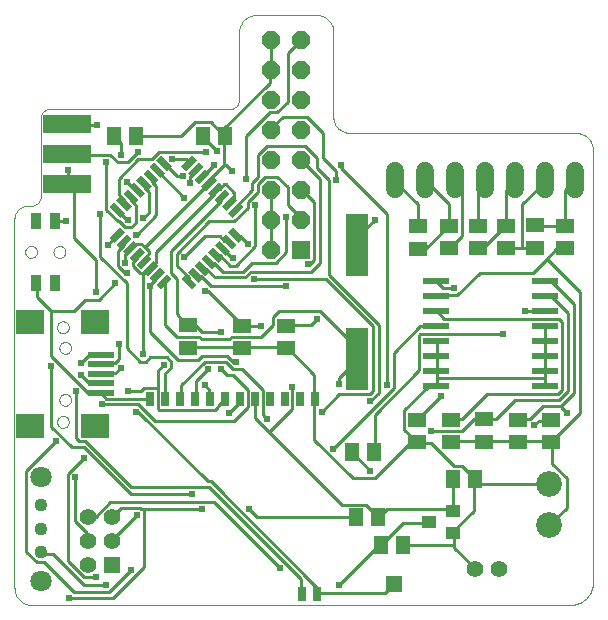
<source format=gtl>
G75*
%MOIN*%
%OFA0B0*%
%FSLAX24Y24*%
%IPPOS*%
%LPD*%
%AMOC8*
5,1,8,0,0,1.08239X$1,22.5*
%
%ADD10C,0.0000*%
%ADD11C,0.0436*%
%ADD12C,0.0709*%
%ADD13R,0.0945X0.0787*%
%ADD14R,0.0909X0.0197*%
%ADD15R,0.0250X0.0500*%
%ADD16R,0.1600X0.0600*%
%ADD17R,0.0512X0.0591*%
%ADD18R,0.0760X0.2100*%
%ADD19R,0.0500X0.0220*%
%ADD20R,0.0220X0.0500*%
%ADD21R,0.0560X0.0560*%
%ADD22C,0.0560*%
%ADD23R,0.0450X0.0400*%
%ADD24R,0.0600X0.0600*%
%ADD25OC8,0.0600*%
%ADD26R,0.0320X0.0560*%
%ADD27C,0.0600*%
%ADD28R,0.0591X0.0512*%
%ADD29R,0.0866X0.0236*%
%ADD30C,0.0860*%
%ADD31C,0.0100*%
%ADD32C,0.0240*%
D10*
X002038Y000848D02*
X002038Y013148D01*
X002041Y013188D01*
X002048Y013227D01*
X002058Y013266D01*
X002072Y013304D01*
X002089Y013340D01*
X002110Y013374D01*
X002133Y013407D01*
X002160Y013437D01*
X002189Y013464D01*
X002220Y013489D01*
X002254Y013511D01*
X002290Y013529D01*
X002327Y013545D01*
X002365Y013556D01*
X002404Y013565D01*
X002444Y013569D01*
X002484Y013570D01*
X002587Y013570D01*
X002586Y013570D02*
X002623Y013573D01*
X002659Y013580D01*
X002694Y013590D01*
X002728Y013605D01*
X002760Y013622D01*
X002790Y013643D01*
X002818Y013667D01*
X002843Y013694D01*
X002865Y013723D01*
X002884Y013755D01*
X002900Y013788D01*
X002912Y013823D01*
X002921Y013858D01*
X002925Y013895D01*
X002926Y013931D01*
X002924Y016531D01*
X002925Y016531D02*
X002927Y016563D01*
X002933Y016594D01*
X002942Y016624D01*
X002955Y016653D01*
X002972Y016680D01*
X002991Y016705D01*
X003014Y016728D01*
X003039Y016747D01*
X003066Y016764D01*
X003095Y016777D01*
X003125Y016786D01*
X003156Y016792D01*
X003188Y016794D01*
X009212Y016794D01*
X009244Y016796D01*
X009276Y016801D01*
X009307Y016809D01*
X009337Y016821D01*
X009366Y016835D01*
X009392Y016853D01*
X009417Y016873D01*
X009440Y016896D01*
X009460Y016921D01*
X009478Y016948D01*
X009492Y016976D01*
X009504Y017006D01*
X009512Y017037D01*
X009517Y017069D01*
X009519Y017101D01*
X009519Y019323D01*
X009521Y019372D01*
X009527Y019420D01*
X009536Y019468D01*
X009549Y019515D01*
X009566Y019561D01*
X009587Y019605D01*
X009611Y019647D01*
X009638Y019688D01*
X009668Y019726D01*
X009701Y019762D01*
X009737Y019795D01*
X009775Y019825D01*
X009816Y019852D01*
X009858Y019876D01*
X009902Y019897D01*
X009948Y019914D01*
X009995Y019927D01*
X010043Y019936D01*
X010091Y019942D01*
X010140Y019944D01*
X012090Y019944D01*
X012135Y019942D01*
X012180Y019937D01*
X012225Y019928D01*
X012269Y019916D01*
X012311Y019900D01*
X012352Y019881D01*
X012392Y019859D01*
X012430Y019834D01*
X012465Y019806D01*
X012499Y019775D01*
X012530Y019741D01*
X012558Y019706D01*
X012583Y019668D01*
X012605Y019628D01*
X012624Y019587D01*
X012640Y019545D01*
X012652Y019501D01*
X012661Y019456D01*
X012666Y019411D01*
X012668Y019366D01*
X012668Y016534D01*
X012670Y016490D01*
X012675Y016447D01*
X012684Y016405D01*
X012697Y016363D01*
X012712Y016322D01*
X012732Y016283D01*
X012754Y016246D01*
X012779Y016210D01*
X012807Y016177D01*
X012838Y016146D01*
X012871Y016118D01*
X012907Y016093D01*
X012944Y016071D01*
X012983Y016051D01*
X013024Y016036D01*
X013066Y016023D01*
X013108Y016014D01*
X013151Y016009D01*
X013195Y016007D01*
X020717Y016007D01*
X020765Y016005D01*
X020813Y015999D01*
X020860Y015990D01*
X020906Y015977D01*
X020952Y015960D01*
X020995Y015940D01*
X021037Y015917D01*
X021077Y015890D01*
X021115Y015860D01*
X021150Y015827D01*
X021183Y015792D01*
X021213Y015754D01*
X021240Y015714D01*
X021263Y015672D01*
X021283Y015629D01*
X021300Y015583D01*
X021313Y015537D01*
X021322Y015490D01*
X021328Y015442D01*
X021330Y015394D01*
X021330Y001050D01*
X021328Y000996D01*
X021323Y000942D01*
X021313Y000889D01*
X021301Y000837D01*
X021284Y000785D01*
X021265Y000735D01*
X021241Y000686D01*
X021215Y000639D01*
X021185Y000594D01*
X021153Y000551D01*
X021117Y000510D01*
X021079Y000472D01*
X021038Y000436D01*
X020995Y000404D01*
X020950Y000374D01*
X020903Y000348D01*
X020854Y000324D01*
X020804Y000305D01*
X020752Y000288D01*
X020700Y000276D01*
X020647Y000266D01*
X020593Y000261D01*
X020539Y000259D01*
X002628Y000259D01*
X002582Y000261D01*
X002536Y000266D01*
X002491Y000275D01*
X002446Y000288D01*
X002403Y000304D01*
X002361Y000323D01*
X002320Y000346D01*
X002282Y000371D01*
X002245Y000400D01*
X002212Y000432D01*
X002180Y000465D01*
X002151Y000502D01*
X002126Y000540D01*
X002103Y000581D01*
X002084Y000623D01*
X002068Y000666D01*
X002055Y000711D01*
X002046Y000756D01*
X002041Y000802D01*
X002039Y000848D01*
X003456Y006369D02*
X003458Y006396D01*
X003464Y006423D01*
X003473Y006449D01*
X003486Y006473D01*
X003502Y006496D01*
X003521Y006515D01*
X003543Y006532D01*
X003567Y006546D01*
X003592Y006556D01*
X003619Y006563D01*
X003646Y006566D01*
X003674Y006565D01*
X003701Y006560D01*
X003727Y006552D01*
X003751Y006540D01*
X003774Y006524D01*
X003795Y006506D01*
X003812Y006485D01*
X003827Y006461D01*
X003838Y006436D01*
X003846Y006410D01*
X003850Y006383D01*
X003850Y006355D01*
X003846Y006328D01*
X003838Y006302D01*
X003827Y006277D01*
X003812Y006253D01*
X003795Y006232D01*
X003774Y006214D01*
X003752Y006198D01*
X003727Y006186D01*
X003701Y006178D01*
X003674Y006173D01*
X003646Y006172D01*
X003619Y006175D01*
X003592Y006182D01*
X003567Y006192D01*
X003543Y006206D01*
X003521Y006223D01*
X003502Y006242D01*
X003486Y006265D01*
X003473Y006289D01*
X003464Y006315D01*
X003458Y006342D01*
X003456Y006369D01*
X003532Y007105D02*
X003534Y007132D01*
X003540Y007159D01*
X003549Y007185D01*
X003562Y007209D01*
X003578Y007232D01*
X003597Y007251D01*
X003619Y007268D01*
X003643Y007282D01*
X003668Y007292D01*
X003695Y007299D01*
X003722Y007302D01*
X003750Y007301D01*
X003777Y007296D01*
X003803Y007288D01*
X003827Y007276D01*
X003850Y007260D01*
X003871Y007242D01*
X003888Y007221D01*
X003903Y007197D01*
X003914Y007172D01*
X003922Y007146D01*
X003926Y007119D01*
X003926Y007091D01*
X003922Y007064D01*
X003914Y007038D01*
X003903Y007013D01*
X003888Y006989D01*
X003871Y006968D01*
X003850Y006950D01*
X003828Y006934D01*
X003803Y006922D01*
X003777Y006914D01*
X003750Y006909D01*
X003722Y006908D01*
X003695Y006911D01*
X003668Y006918D01*
X003643Y006928D01*
X003619Y006942D01*
X003597Y006959D01*
X003578Y006978D01*
X003562Y007001D01*
X003549Y007025D01*
X003540Y007051D01*
X003534Y007078D01*
X003532Y007105D01*
X003532Y008838D02*
X003534Y008865D01*
X003540Y008892D01*
X003549Y008918D01*
X003562Y008942D01*
X003578Y008965D01*
X003597Y008984D01*
X003619Y009001D01*
X003643Y009015D01*
X003668Y009025D01*
X003695Y009032D01*
X003722Y009035D01*
X003750Y009034D01*
X003777Y009029D01*
X003803Y009021D01*
X003827Y009009D01*
X003850Y008993D01*
X003871Y008975D01*
X003888Y008954D01*
X003903Y008930D01*
X003914Y008905D01*
X003922Y008879D01*
X003926Y008852D01*
X003926Y008824D01*
X003922Y008797D01*
X003914Y008771D01*
X003903Y008746D01*
X003888Y008722D01*
X003871Y008701D01*
X003850Y008683D01*
X003828Y008667D01*
X003803Y008655D01*
X003777Y008647D01*
X003750Y008642D01*
X003722Y008641D01*
X003695Y008644D01*
X003668Y008651D01*
X003643Y008661D01*
X003619Y008675D01*
X003597Y008692D01*
X003578Y008711D01*
X003562Y008734D01*
X003549Y008758D01*
X003540Y008784D01*
X003534Y008811D01*
X003532Y008838D01*
X003456Y009523D02*
X003458Y009550D01*
X003464Y009577D01*
X003473Y009603D01*
X003486Y009627D01*
X003502Y009650D01*
X003521Y009669D01*
X003543Y009686D01*
X003567Y009700D01*
X003592Y009710D01*
X003619Y009717D01*
X003646Y009720D01*
X003674Y009719D01*
X003701Y009714D01*
X003727Y009706D01*
X003751Y009694D01*
X003774Y009678D01*
X003795Y009660D01*
X003812Y009639D01*
X003827Y009615D01*
X003838Y009590D01*
X003846Y009564D01*
X003850Y009537D01*
X003850Y009509D01*
X003846Y009482D01*
X003838Y009456D01*
X003827Y009431D01*
X003812Y009407D01*
X003795Y009386D01*
X003774Y009368D01*
X003752Y009352D01*
X003727Y009340D01*
X003701Y009332D01*
X003674Y009327D01*
X003646Y009326D01*
X003619Y009329D01*
X003592Y009336D01*
X003567Y009346D01*
X003543Y009360D01*
X003521Y009377D01*
X003502Y009396D01*
X003486Y009419D01*
X003473Y009443D01*
X003464Y009469D01*
X003458Y009496D01*
X003456Y009523D01*
X003337Y012035D02*
X003339Y012062D01*
X003345Y012089D01*
X003354Y012115D01*
X003367Y012139D01*
X003383Y012162D01*
X003402Y012181D01*
X003424Y012198D01*
X003448Y012212D01*
X003473Y012222D01*
X003500Y012229D01*
X003527Y012232D01*
X003555Y012231D01*
X003582Y012226D01*
X003608Y012218D01*
X003632Y012206D01*
X003655Y012190D01*
X003676Y012172D01*
X003693Y012151D01*
X003708Y012127D01*
X003719Y012102D01*
X003727Y012076D01*
X003731Y012049D01*
X003731Y012021D01*
X003727Y011994D01*
X003719Y011968D01*
X003708Y011943D01*
X003693Y011919D01*
X003676Y011898D01*
X003655Y011880D01*
X003633Y011864D01*
X003608Y011852D01*
X003582Y011844D01*
X003555Y011839D01*
X003527Y011838D01*
X003500Y011841D01*
X003473Y011848D01*
X003448Y011858D01*
X003424Y011872D01*
X003402Y011889D01*
X003383Y011908D01*
X003367Y011931D01*
X003354Y011955D01*
X003345Y011981D01*
X003339Y012008D01*
X003337Y012035D01*
X002393Y012035D02*
X002395Y012062D01*
X002401Y012089D01*
X002410Y012115D01*
X002423Y012139D01*
X002439Y012162D01*
X002458Y012181D01*
X002480Y012198D01*
X002504Y012212D01*
X002529Y012222D01*
X002556Y012229D01*
X002583Y012232D01*
X002611Y012231D01*
X002638Y012226D01*
X002664Y012218D01*
X002688Y012206D01*
X002711Y012190D01*
X002732Y012172D01*
X002749Y012151D01*
X002764Y012127D01*
X002775Y012102D01*
X002783Y012076D01*
X002787Y012049D01*
X002787Y012021D01*
X002783Y011994D01*
X002775Y011968D01*
X002764Y011943D01*
X002749Y011919D01*
X002732Y011898D01*
X002711Y011880D01*
X002689Y011864D01*
X002664Y011852D01*
X002638Y011844D01*
X002611Y011839D01*
X002583Y011838D01*
X002556Y011841D01*
X002529Y011848D01*
X002504Y011858D01*
X002480Y011872D01*
X002458Y011889D01*
X002439Y011908D01*
X002423Y011931D01*
X002410Y011955D01*
X002401Y011981D01*
X002395Y012008D01*
X002393Y012035D01*
D11*
X002928Y003601D03*
X002928Y002814D03*
X002928Y002027D03*
D12*
X002928Y001082D03*
X002928Y004546D03*
D13*
X002548Y006239D03*
X004714Y006239D03*
X004714Y009704D03*
X002548Y009704D03*
D14*
X004936Y008601D03*
X004936Y008286D03*
X004936Y007972D03*
X004936Y007657D03*
X004936Y007342D03*
D15*
X006554Y007133D03*
X007054Y007133D03*
X007554Y007133D03*
X008054Y007133D03*
X008554Y007133D03*
X009054Y007133D03*
X009554Y007133D03*
X010054Y007133D03*
X010554Y007133D03*
X011054Y007133D03*
X011554Y007133D03*
X012054Y007133D03*
X012109Y000633D03*
X011609Y000633D03*
D16*
X003775Y014286D03*
X003775Y015286D03*
X003775Y016286D03*
D17*
X005349Y015893D03*
X006097Y015893D03*
X008306Y015901D03*
X009054Y015901D03*
X013290Y005369D03*
X014038Y005369D03*
X014168Y003200D03*
X013420Y003200D03*
X014243Y002267D03*
X014991Y002267D03*
X016641Y004468D03*
X017389Y004468D03*
D18*
X013464Y008461D03*
X013464Y012261D03*
D19*
G36*
X009670Y013528D02*
X009318Y013176D01*
X009162Y013332D01*
X009514Y013684D01*
X009670Y013528D01*
G37*
G36*
X009447Y013751D02*
X009095Y013399D01*
X008939Y013555D01*
X009291Y013907D01*
X009447Y013751D01*
G37*
G36*
X009224Y013973D02*
X008872Y013621D01*
X008716Y013777D01*
X009068Y014129D01*
X009224Y013973D01*
G37*
G36*
X009001Y014196D02*
X008649Y013844D01*
X008493Y014000D01*
X008845Y014352D01*
X009001Y014196D01*
G37*
G36*
X008779Y014419D02*
X008427Y014067D01*
X008271Y014223D01*
X008623Y014575D01*
X008779Y014419D01*
G37*
G36*
X008556Y014641D02*
X008204Y014289D01*
X008048Y014445D01*
X008400Y014797D01*
X008556Y014641D01*
G37*
G36*
X008333Y014864D02*
X007981Y014512D01*
X007825Y014668D01*
X008177Y015020D01*
X008333Y014864D01*
G37*
G36*
X008111Y015087D02*
X007759Y014735D01*
X007603Y014891D01*
X007955Y015243D01*
X008111Y015087D01*
G37*
G36*
X005721Y012697D02*
X005369Y012345D01*
X005213Y012501D01*
X005565Y012853D01*
X005721Y012697D01*
G37*
G36*
X005943Y012474D02*
X005591Y012122D01*
X005435Y012278D01*
X005787Y012630D01*
X005943Y012474D01*
G37*
G36*
X006166Y012251D02*
X005814Y011899D01*
X005658Y012055D01*
X006010Y012407D01*
X006166Y012251D01*
G37*
G36*
X006389Y012029D02*
X006037Y011677D01*
X005881Y011833D01*
X006233Y012185D01*
X006389Y012029D01*
G37*
G36*
X006611Y011806D02*
X006259Y011454D01*
X006103Y011610D01*
X006455Y011962D01*
X006611Y011806D01*
G37*
G36*
X006834Y011583D02*
X006482Y011231D01*
X006326Y011387D01*
X006678Y011739D01*
X006834Y011583D01*
G37*
G36*
X007057Y011361D02*
X006705Y011009D01*
X006549Y011165D01*
X006901Y011517D01*
X007057Y011361D01*
G37*
G36*
X007280Y011138D02*
X006928Y010786D01*
X006772Y010942D01*
X007124Y011294D01*
X007280Y011138D01*
G37*
D20*
G36*
X008111Y010942D02*
X007955Y010786D01*
X007603Y011138D01*
X007759Y011294D01*
X008111Y010942D01*
G37*
G36*
X008333Y011165D02*
X008177Y011009D01*
X007825Y011361D01*
X007981Y011517D01*
X008333Y011165D01*
G37*
G36*
X008556Y011387D02*
X008400Y011231D01*
X008048Y011583D01*
X008204Y011739D01*
X008556Y011387D01*
G37*
G36*
X008779Y011610D02*
X008623Y011454D01*
X008271Y011806D01*
X008427Y011962D01*
X008779Y011610D01*
G37*
G36*
X009001Y011833D02*
X008845Y011677D01*
X008493Y012029D01*
X008649Y012185D01*
X009001Y011833D01*
G37*
G36*
X009224Y012055D02*
X009068Y011899D01*
X008716Y012251D01*
X008872Y012407D01*
X009224Y012055D01*
G37*
G36*
X009447Y012278D02*
X009291Y012122D01*
X008939Y012474D01*
X009095Y012630D01*
X009447Y012278D01*
G37*
G36*
X009670Y012501D02*
X009514Y012345D01*
X009162Y012697D01*
X009318Y012853D01*
X009670Y012501D01*
G37*
G36*
X007280Y014891D02*
X007124Y014735D01*
X006772Y015087D01*
X006928Y015243D01*
X007280Y014891D01*
G37*
G36*
X007057Y014668D02*
X006901Y014512D01*
X006549Y014864D01*
X006705Y015020D01*
X007057Y014668D01*
G37*
G36*
X006834Y014445D02*
X006678Y014289D01*
X006326Y014641D01*
X006482Y014797D01*
X006834Y014445D01*
G37*
G36*
X006611Y014223D02*
X006455Y014067D01*
X006103Y014419D01*
X006259Y014575D01*
X006611Y014223D01*
G37*
G36*
X006389Y014000D02*
X006233Y013844D01*
X005881Y014196D01*
X006037Y014352D01*
X006389Y014000D01*
G37*
G36*
X006166Y013777D02*
X006010Y013621D01*
X005658Y013973D01*
X005814Y014129D01*
X006166Y013777D01*
G37*
G36*
X005943Y013555D02*
X005787Y013399D01*
X005435Y013751D01*
X005591Y013907D01*
X005943Y013555D01*
G37*
G36*
X005721Y013332D02*
X005565Y013176D01*
X005213Y013528D01*
X005369Y013684D01*
X005721Y013332D01*
G37*
D21*
X005279Y001613D03*
X014692Y000960D03*
D22*
X017393Y001464D03*
X018180Y001464D03*
X005279Y002401D03*
X005279Y003188D03*
X004491Y003188D03*
X004491Y002401D03*
X004491Y001613D03*
D23*
X015867Y003042D03*
X016667Y002668D03*
X016667Y003416D03*
D24*
X011594Y012113D03*
D25*
X011594Y013113D03*
X011594Y014113D03*
X011594Y015113D03*
X011594Y016113D03*
X011594Y017113D03*
X011594Y018113D03*
X011594Y019113D03*
X010594Y019113D03*
X010594Y018113D03*
X010594Y017113D03*
X010594Y016113D03*
X010594Y015113D03*
X010594Y014113D03*
X010594Y013113D03*
X010594Y012113D03*
D26*
X003377Y013058D03*
X002747Y013058D03*
X002747Y011011D03*
X003377Y011011D03*
D27*
X014727Y014124D02*
X014727Y014724D01*
X015727Y014724D02*
X015727Y014124D01*
X016727Y014124D02*
X016727Y014724D01*
X017727Y014724D02*
X017727Y014124D01*
X018727Y014124D02*
X018727Y014724D01*
X019727Y014724D02*
X019727Y014124D01*
X020727Y014124D02*
X020727Y014724D01*
D28*
X020401Y012901D03*
X020401Y012153D03*
X019405Y012172D03*
X019405Y012920D03*
X018424Y012916D03*
X018424Y012168D03*
X017487Y012153D03*
X017487Y012901D03*
X016523Y012912D03*
X016523Y012164D03*
X015499Y012141D03*
X015499Y012889D03*
X011101Y009578D03*
X011101Y008830D03*
X009621Y008834D03*
X009621Y009582D03*
X007826Y009590D03*
X007826Y008842D03*
X015452Y006436D03*
X015452Y005688D03*
X016601Y005696D03*
X016601Y006444D03*
X017688Y006452D03*
X017688Y005704D03*
X018814Y005692D03*
X018814Y006440D03*
X019916Y006432D03*
X019916Y005684D03*
D29*
X019708Y007572D03*
X019708Y008072D03*
X019708Y008572D03*
X019708Y009072D03*
X019708Y009572D03*
X019708Y010072D03*
X019708Y010572D03*
X019708Y011072D03*
X016086Y011072D03*
X016086Y010572D03*
X016086Y010072D03*
X016086Y009572D03*
X016086Y009072D03*
X016086Y008572D03*
X016086Y008072D03*
X016086Y007572D03*
D30*
X019857Y004310D03*
X019857Y002932D03*
D31*
X019903Y002966D01*
X020444Y003507D01*
X020444Y004491D01*
X019952Y004983D01*
X019952Y005672D01*
X019916Y005684D01*
X019952Y005722D01*
X020887Y006657D01*
X020887Y010692D01*
X019780Y011799D01*
X020099Y012119D01*
X020395Y012119D01*
X020401Y012153D01*
X019780Y011799D02*
X019312Y011332D01*
X017540Y011332D01*
X016802Y010594D01*
X016113Y010594D01*
X016086Y010572D01*
X016310Y010840D02*
X016113Y011036D01*
X016086Y011072D01*
X016310Y010840D02*
X016704Y010840D01*
X016113Y010052D02*
X016086Y010072D01*
X016113Y010052D02*
X016359Y009806D01*
X020198Y009806D01*
X020296Y009708D01*
X020296Y007444D01*
X020149Y007296D01*
X017786Y007296D01*
X016950Y006460D01*
X016605Y006460D01*
X016601Y006444D01*
X016950Y006066D02*
X015916Y006066D01*
X015916Y005672D02*
X015473Y005672D01*
X015452Y005688D01*
X015326Y005771D01*
X014046Y004491D01*
X013308Y004491D01*
X012029Y005771D01*
X012029Y007099D01*
X012054Y007133D01*
X012029Y007149D01*
X012029Y007936D01*
X011143Y008822D01*
X011101Y008830D01*
X011094Y008871D01*
X009666Y008871D01*
X009621Y008834D01*
X009617Y008871D01*
X007845Y008871D01*
X007826Y008842D01*
X008141Y008428D02*
X007501Y008428D01*
X006566Y009363D01*
X006566Y010889D01*
X006566Y010938D01*
X006763Y011135D01*
X006763Y011233D01*
X006803Y011263D01*
X006580Y011485D02*
X006615Y011529D01*
X006763Y011676D01*
X006763Y012021D01*
X008731Y013989D01*
X008731Y014088D01*
X008747Y014098D01*
X008781Y014137D01*
X008879Y014137D01*
X009027Y014285D01*
X009076Y014285D01*
X009371Y013989D01*
X009371Y013842D01*
X009223Y013694D01*
X009193Y013653D01*
X009420Y013546D02*
X009962Y014088D01*
X009962Y014334D01*
X010158Y014531D01*
X010158Y015269D01*
X010454Y015564D01*
X011733Y015564D01*
X012127Y015170D01*
X012127Y014826D01*
X012521Y014432D01*
X012521Y011283D01*
X014194Y009609D01*
X014194Y007346D01*
X013899Y007050D01*
X013899Y007296D02*
X012865Y007296D01*
X012275Y006706D01*
X011290Y006804D02*
X011290Y007542D01*
X011290Y006804D02*
X010528Y006041D01*
X010060Y006509D01*
X010060Y007099D01*
X010054Y007133D01*
X009814Y006853D02*
X009814Y007444D01*
X009322Y007936D01*
X009125Y007936D01*
X008928Y008133D01*
X009076Y008379D02*
X009322Y008133D01*
X009617Y008133D01*
X010306Y007444D01*
X010306Y006607D01*
X010454Y006460D01*
X010528Y006041D02*
X012964Y003605D01*
X013751Y003605D01*
X014145Y003212D01*
X014168Y003200D01*
X014194Y003212D01*
X014440Y003458D01*
X016605Y003458D01*
X016667Y003416D01*
X016655Y003458D01*
X016655Y004442D01*
X016641Y004468D01*
X016704Y004885D02*
X016950Y004885D01*
X017344Y004491D01*
X017389Y004468D01*
X017393Y004294D01*
X019853Y004294D01*
X019857Y004310D01*
X019916Y005684D02*
X019903Y005722D01*
X018820Y005722D01*
X018814Y005692D01*
X018771Y005722D01*
X017737Y005722D01*
X017688Y005704D01*
X017688Y005722D01*
X016605Y005722D01*
X016601Y005696D01*
X016950Y006066D02*
X017344Y006460D01*
X017639Y006460D01*
X017688Y006452D01*
X017688Y006460D01*
X018082Y006460D01*
X018721Y007099D01*
X020198Y007099D01*
X020493Y007395D01*
X020493Y010003D01*
X019952Y010544D01*
X019755Y010544D01*
X019708Y010572D01*
X019708Y010072D02*
X019706Y010052D01*
X019066Y010052D01*
X019708Y009572D02*
X019706Y009560D01*
X019706Y009117D01*
X019708Y009072D01*
X019706Y009068D01*
X019706Y008576D01*
X019708Y008572D01*
X019706Y008527D01*
X019706Y008084D01*
X019708Y008072D01*
X019706Y008035D01*
X019706Y007838D01*
X016113Y007838D01*
X016113Y007592D01*
X016086Y007572D01*
X016064Y007542D01*
X015818Y007542D01*
X015031Y006755D01*
X015031Y006115D01*
X015424Y005722D01*
X015452Y005688D01*
X015916Y005672D02*
X016704Y004885D01*
X017344Y004442D02*
X017389Y004468D01*
X017344Y004442D02*
X017344Y003409D01*
X016655Y002720D01*
X016667Y002668D01*
X016704Y002621D01*
X016704Y002277D01*
X015031Y002277D01*
X014991Y002267D01*
X014243Y002267D02*
X014194Y002277D01*
X012865Y000948D01*
X012127Y000849D02*
X012127Y000702D01*
X012109Y000633D01*
X012127Y000653D01*
X014391Y000653D01*
X014686Y000948D01*
X014692Y000960D01*
X014243Y002267D02*
X014243Y002277D01*
X014981Y003015D01*
X015818Y003015D01*
X015867Y003042D01*
X016704Y002277D02*
X016704Y002178D01*
X017393Y001489D01*
X017393Y001464D01*
X013899Y004737D02*
X013308Y005328D01*
X013290Y005369D01*
X012668Y005475D02*
X014686Y007493D01*
X014686Y008674D01*
X015572Y009560D01*
X016064Y009560D01*
X016086Y009572D01*
X016086Y009072D02*
X016113Y009068D01*
X016113Y008576D01*
X016086Y008572D01*
X016113Y008527D01*
X016113Y008084D01*
X016086Y008072D01*
X016113Y008035D01*
X016113Y007838D01*
X016261Y007247D02*
X015473Y006460D01*
X015452Y006436D01*
X014440Y007592D02*
X014440Y013300D01*
X012914Y014826D01*
X012914Y014924D01*
X012767Y014727D02*
X012324Y015170D01*
X012324Y016007D01*
X011782Y016548D01*
X010995Y016548D01*
X010601Y016155D01*
X010594Y016113D01*
X010552Y016696D02*
X010798Y016696D01*
X011143Y017040D01*
X011143Y018664D01*
X011586Y019107D01*
X011594Y019113D01*
X010601Y019107D02*
X010601Y018123D01*
X010594Y018113D01*
X010552Y018074D01*
X010552Y017680D01*
X008928Y016056D01*
X009054Y015901D01*
X009027Y015909D01*
X008584Y016351D01*
X008042Y016351D01*
X007599Y015909D01*
X006123Y015909D01*
X006097Y015893D01*
X005582Y015662D02*
X005385Y015859D01*
X005349Y015893D01*
X005582Y015662D02*
X005582Y015269D01*
X005483Y015023D02*
X005828Y015023D01*
X006172Y015367D01*
X006172Y015121D02*
X006615Y015121D01*
X006861Y015367D01*
X008436Y015367D01*
X008781Y015416D02*
X008338Y015859D01*
X008306Y015901D01*
X009027Y015859D02*
X009054Y015901D01*
X009027Y015859D02*
X009027Y014924D01*
X009076Y014924D01*
X009273Y014727D01*
X009027Y014924D02*
X008534Y014432D01*
X008534Y014334D01*
X008525Y014321D01*
X008485Y014285D01*
X006394Y012193D01*
X006517Y012070D01*
X006517Y011972D01*
X006369Y011824D01*
X006369Y011725D01*
X006357Y011708D01*
X006123Y011824D02*
X006123Y011922D01*
X006135Y011931D01*
X006123Y011824D02*
X005975Y011676D01*
X005975Y011578D01*
X006221Y011332D01*
X006320Y011332D01*
X006320Y008625D01*
X006418Y008379D02*
X006566Y008527D01*
X007107Y008527D01*
X007255Y008379D01*
X007255Y008182D01*
X007058Y007985D01*
X007058Y007149D01*
X007054Y007133D01*
X006812Y006804D02*
X006812Y007493D01*
X006369Y007493D01*
X006271Y007395D01*
X005828Y007395D01*
X006172Y006952D02*
X006714Y006411D01*
X009371Y006411D01*
X009814Y006853D01*
X009519Y007001D02*
X009519Y007099D01*
X009554Y007133D01*
X009519Y007001D02*
X009174Y006657D01*
X008830Y006853D02*
X008731Y006755D01*
X006861Y006755D01*
X006812Y006804D01*
X006554Y007133D02*
X006517Y007149D01*
X005090Y007149D01*
X004942Y007296D01*
X004936Y007342D01*
X004893Y007346D01*
X004499Y007346D01*
X003269Y008576D01*
X003269Y010052D01*
X004007Y010052D01*
X004401Y010446D01*
X004844Y010446D01*
X005385Y010987D01*
X005779Y010987D02*
X004893Y011873D01*
X004893Y013300D01*
X005090Y013448D02*
X005090Y015023D01*
X005237Y015269D02*
X005483Y015023D01*
X005237Y015269D02*
X003810Y015269D01*
X003775Y015286D01*
X003810Y014777D02*
X003810Y014334D01*
X003775Y014286D01*
X003810Y014285D01*
X004007Y014088D01*
X004007Y012513D01*
X004745Y011775D01*
X004745Y010692D01*
X005779Y010987D02*
X005779Y008822D01*
X006221Y008379D01*
X006418Y008379D01*
X006812Y008084D02*
X007009Y008281D01*
X006812Y008084D02*
X006812Y007493D01*
X006172Y006952D02*
X004942Y006952D01*
X004936Y007657D02*
X004893Y007690D01*
X004499Y007690D01*
X004253Y007936D01*
X004253Y008330D02*
X004499Y008576D01*
X004893Y008576D01*
X004936Y008601D01*
X004942Y008330D02*
X004936Y008286D01*
X004942Y008330D02*
X005385Y008330D01*
X005532Y008477D01*
X005532Y008970D01*
X005582Y008182D02*
X005385Y007985D01*
X004942Y007985D01*
X004936Y007972D01*
X004105Y007395D02*
X004105Y005820D01*
X004204Y005722D01*
X004401Y005722D01*
X005926Y004196D01*
X008534Y004196D01*
X011586Y001145D01*
X011586Y000653D01*
X011609Y000633D01*
X012127Y000849D02*
X008584Y004393D01*
X008485Y004393D01*
X006172Y006706D01*
X006074Y006706D01*
X007554Y007133D02*
X007599Y007149D01*
X007599Y007592D01*
X008387Y008379D01*
X009076Y008379D01*
X009125Y008576D02*
X008288Y008576D01*
X008141Y008428D01*
X008485Y008133D02*
X008092Y007739D01*
X008092Y007149D01*
X008054Y007133D01*
X008534Y007149D02*
X008534Y007444D01*
X008387Y007592D01*
X008534Y007149D02*
X008554Y007133D01*
X008830Y006903D02*
X008830Y006853D01*
X008830Y006903D02*
X009027Y007099D01*
X009054Y007133D01*
X009322Y008379D02*
X009125Y008576D01*
X009322Y008379D02*
X009420Y008379D01*
X009174Y009117D02*
X009273Y009216D01*
X010257Y009216D01*
X010651Y009609D01*
X010651Y009855D01*
X010847Y010052D01*
X012225Y010052D01*
X013456Y008822D01*
X013456Y008477D01*
X013464Y008461D01*
X013456Y008428D01*
X012865Y007838D01*
X012865Y007641D01*
X013899Y007296D02*
X013997Y007395D01*
X013997Y009560D01*
X012422Y011135D01*
X010011Y011135D01*
X009912Y011381D02*
X011930Y011381D01*
X012225Y011676D01*
X012225Y014481D01*
X011594Y015113D01*
X010798Y014531D02*
X011143Y014186D01*
X011143Y013596D01*
X011586Y013153D01*
X011594Y013113D01*
X011094Y013202D02*
X011094Y012021D01*
X010749Y011676D01*
X009962Y011676D01*
X009666Y011381D01*
X008977Y011381D01*
X008682Y011676D01*
X008534Y011676D01*
X008525Y011708D01*
X008436Y011479D02*
X008338Y011479D01*
X008302Y011485D01*
X008436Y011479D02*
X008731Y011184D01*
X009716Y011184D01*
X009912Y011381D01*
X009420Y011578D02*
X010060Y012218D01*
X010060Y013596D01*
X009814Y013694D02*
X010158Y014038D01*
X010158Y014285D01*
X010405Y014531D01*
X010798Y014531D01*
X010594Y014113D02*
X010601Y014088D01*
X010601Y013153D01*
X010594Y013113D01*
X010601Y013103D01*
X010601Y012119D01*
X010594Y012113D01*
X009814Y012316D02*
X009568Y012562D01*
X009420Y012562D01*
X009416Y012599D01*
X009174Y012414D02*
X009193Y012376D01*
X009174Y012414D02*
X009027Y012414D01*
X008879Y012562D01*
X008387Y012562D01*
X007698Y011873D01*
X007452Y011972D02*
X008534Y013054D01*
X009371Y013054D01*
X009814Y013497D01*
X009814Y013694D01*
X009420Y013546D02*
X009420Y013448D01*
X009416Y013430D01*
X008928Y013743D02*
X008928Y013842D01*
X008970Y013875D01*
X008928Y013743D02*
X007255Y012070D01*
X007255Y011332D01*
X007452Y011135D01*
X007452Y009954D01*
X007796Y009609D01*
X007826Y009590D01*
X007845Y009560D01*
X008092Y009560D01*
X008288Y009363D01*
X008928Y009363D01*
X009174Y009117D02*
X008288Y009117D01*
X008190Y009216D01*
X007452Y009216D01*
X007058Y009609D01*
X007058Y011036D01*
X007026Y011040D01*
X006580Y011485D02*
X006566Y011479D01*
X006418Y011332D01*
X006320Y011332D01*
X005779Y011332D02*
X005729Y011332D01*
X005483Y011578D01*
X005483Y012070D01*
X005680Y012267D01*
X005680Y012365D01*
X005689Y012376D01*
X005467Y012599D02*
X005434Y012562D01*
X005139Y012267D01*
X005729Y011972D02*
X005729Y011676D01*
X005729Y011972D02*
X005877Y012119D01*
X005912Y012153D01*
X005926Y012168D01*
X006074Y012316D01*
X006271Y012316D01*
X006394Y012193D01*
X006123Y012611D02*
X006074Y012611D01*
X006123Y012611D02*
X006763Y013251D01*
X006763Y014235D01*
X006615Y014383D01*
X006615Y014531D01*
X006580Y014543D01*
X006812Y014727D02*
X006803Y014766D01*
X006812Y014727D02*
X007698Y013842D01*
X007895Y014334D02*
X007895Y014580D01*
X008042Y014727D01*
X008079Y014766D01*
X007857Y014989D02*
X007845Y015023D01*
X007747Y015121D01*
X007304Y015121D01*
X007058Y014974D02*
X007026Y014989D01*
X007058Y014974D02*
X007452Y014580D01*
X007649Y014580D01*
X008302Y014543D02*
X008338Y014580D01*
X008682Y014924D01*
X009765Y014481D02*
X009765Y015909D01*
X010552Y016696D01*
X012767Y014727D02*
X012767Y014432D01*
X012029Y013694D02*
X011635Y014088D01*
X011594Y014113D01*
X012029Y013694D02*
X012029Y011775D01*
X011881Y011627D01*
X011832Y011627D01*
X011094Y010889D02*
X008584Y010889D01*
X008239Y011233D01*
X008092Y011233D01*
X008079Y011263D01*
X007845Y011184D02*
X007452Y011578D01*
X007452Y011972D01*
X007845Y011184D02*
X007845Y011086D01*
X007857Y011040D01*
X008387Y010741D02*
X008485Y010741D01*
X009617Y009609D01*
X009621Y009582D01*
X009666Y009560D01*
X010257Y009560D01*
X011101Y009578D02*
X011143Y009609D01*
X011930Y009609D01*
X012127Y009806D01*
X013464Y012261D02*
X013505Y012267D01*
X013505Y012562D01*
X014046Y013103D01*
X014735Y014383D02*
X014727Y014424D01*
X014735Y014383D02*
X015473Y013645D01*
X015473Y012907D01*
X015499Y012889D01*
X015523Y012168D02*
X015499Y012141D01*
X015523Y012168D02*
X015769Y012168D01*
X016507Y012907D01*
X016523Y012912D01*
X016507Y012956D01*
X016507Y013645D01*
X015727Y014424D01*
X016727Y014424D02*
X016753Y014383D01*
X016950Y014186D01*
X016950Y012562D01*
X016556Y012168D01*
X016523Y012164D01*
X017487Y012153D02*
X017491Y012168D01*
X017639Y012168D01*
X018377Y012907D01*
X018424Y012916D01*
X018426Y012956D01*
X018426Y014088D01*
X018721Y014383D01*
X018727Y014424D01*
X018968Y013645D02*
X019706Y014383D01*
X019727Y014424D01*
X020395Y014088D02*
X020690Y014383D01*
X020727Y014424D01*
X020395Y014088D02*
X020395Y012956D01*
X020401Y012901D01*
X020395Y012907D01*
X019410Y012907D01*
X019405Y012920D01*
X019405Y012172D02*
X019361Y012168D01*
X018968Y012168D01*
X018968Y013645D01*
X017727Y014424D02*
X017688Y014383D01*
X017491Y014186D01*
X017491Y012907D01*
X017487Y012901D01*
X018424Y012168D02*
X018968Y012168D01*
X019708Y011072D02*
X019755Y011036D01*
X019952Y011036D01*
X020690Y010298D01*
X020690Y007346D01*
X020247Y006903D01*
X020247Y006853D01*
X020444Y006657D01*
X020247Y006903D02*
X019656Y006903D01*
X019214Y006460D01*
X018820Y006460D01*
X018814Y006440D01*
X019361Y006263D02*
X019509Y006411D01*
X019903Y006411D01*
X019916Y006432D01*
X019708Y007572D02*
X019706Y007592D01*
X019706Y007838D01*
X018328Y009314D02*
X015572Y009314D01*
X015523Y009265D01*
X015523Y008084D01*
X014046Y006607D01*
X014046Y005377D01*
X014038Y005369D01*
X013406Y003212D02*
X013420Y003200D01*
X013406Y003212D02*
X010109Y003212D01*
X009863Y003458D01*
X008682Y003704D02*
X010897Y001489D01*
X008682Y003704D02*
X005237Y003704D01*
X004745Y003212D01*
X004499Y003212D01*
X004491Y003188D01*
X004056Y003064D02*
X004450Y002670D01*
X004450Y002424D01*
X004491Y002401D01*
X003810Y001735D02*
X003810Y004639D01*
X004351Y005180D01*
X004351Y005525D02*
X003958Y005525D01*
X003269Y006214D01*
X003269Y008231D01*
X003269Y010052D02*
X002777Y010544D01*
X002777Y010987D01*
X002747Y011011D01*
X003377Y013058D02*
X003416Y013054D01*
X003761Y013054D01*
X005090Y013448D02*
X005483Y013054D01*
X005532Y013054D01*
X005729Y012857D01*
X005926Y012857D01*
X006074Y013005D01*
X006074Y013596D01*
X005926Y013743D01*
X005926Y013842D01*
X005912Y013875D01*
X005680Y013792D02*
X005532Y013940D01*
X005532Y014481D01*
X006172Y015121D01*
X006357Y014321D02*
X006369Y014285D01*
X006369Y014186D01*
X006517Y014038D01*
X006517Y013349D01*
X006320Y013153D01*
X005828Y013103D02*
X005779Y013103D01*
X005483Y013399D01*
X005467Y013430D01*
X005689Y013653D02*
X005680Y013694D01*
X005680Y013792D01*
X006025Y014137D02*
X005779Y014383D01*
X006025Y014137D02*
X006123Y014137D01*
X006135Y014098D01*
X004794Y016253D02*
X003810Y016253D01*
X003775Y016286D01*
X008747Y011931D02*
X008781Y011922D01*
X008879Y011922D01*
X009223Y011578D01*
X009420Y011578D01*
X009322Y011824D02*
X009273Y011824D01*
X008977Y012119D01*
X008970Y012153D01*
X003416Y005722D02*
X002432Y004737D01*
X002432Y002031D01*
X002777Y001686D01*
X003023Y001686D01*
X004007Y000702D01*
X005188Y000702D01*
X005926Y001440D01*
X006369Y001538D02*
X006369Y003458D01*
X008288Y003458D01*
X007944Y003950D02*
X005926Y003950D01*
X004351Y005525D01*
X004056Y004540D02*
X004056Y003064D01*
X002973Y001981D02*
X002928Y002027D01*
X002973Y001981D02*
X003318Y001981D01*
X004351Y000948D01*
X005090Y000948D01*
X004745Y001194D02*
X004351Y001194D01*
X003810Y001735D01*
X003859Y000505D02*
X005336Y000505D01*
X006369Y001538D01*
X005279Y002401D02*
X005286Y002424D01*
X006123Y003261D01*
X006271Y003458D02*
X006221Y003507D01*
X005582Y003507D01*
X005286Y003212D01*
X005279Y003188D01*
X006271Y003458D02*
X006369Y003458D01*
X010601Y019107D02*
X010594Y019113D01*
D32*
X008781Y015416D03*
X008436Y015367D03*
X008682Y014924D03*
X009273Y014727D03*
X009765Y014481D03*
X010060Y013596D03*
X011094Y013202D03*
X009814Y012316D03*
X009322Y011824D03*
X010011Y011135D03*
X011094Y010889D03*
X011832Y011627D03*
X012127Y009806D03*
X010257Y009560D03*
X008928Y009363D03*
X009420Y008379D03*
X008928Y008133D03*
X008485Y008133D03*
X008387Y007592D03*
X009174Y006657D03*
X010454Y006460D03*
X011290Y007542D03*
X012275Y006706D03*
X012865Y007641D03*
X013899Y007050D03*
X014440Y007592D03*
X015916Y006066D03*
X016261Y007247D03*
X018328Y009314D03*
X019066Y010052D03*
X016704Y010840D03*
X014046Y013103D03*
X012767Y014432D03*
X012914Y014924D03*
X008387Y010741D03*
X007698Y011873D03*
X006566Y010889D03*
X005779Y011332D03*
X005729Y011676D03*
X005139Y012267D03*
X005828Y013103D03*
X006320Y013153D03*
X006074Y012611D03*
X004893Y013300D03*
X003761Y013054D03*
X003810Y014777D03*
X005090Y015023D03*
X005582Y015269D03*
X006172Y015367D03*
X005779Y014383D03*
X007304Y015121D03*
X007649Y014580D03*
X007895Y014334D03*
X007698Y013842D03*
X004794Y016253D03*
X005385Y010987D03*
X004745Y010692D03*
X005532Y008970D03*
X005582Y008182D03*
X006320Y008625D03*
X007009Y008281D03*
X005828Y007395D03*
X006074Y006706D03*
X004942Y006952D03*
X004105Y007395D03*
X004253Y007936D03*
X004253Y008330D03*
X003269Y008231D03*
X003416Y005722D03*
X004351Y005180D03*
X004056Y004540D03*
X006123Y003261D03*
X005926Y001440D03*
X005090Y000948D03*
X004745Y001194D03*
X003859Y000505D03*
X007944Y003950D03*
X008288Y003458D03*
X009863Y003458D03*
X010897Y001489D03*
X012865Y000948D03*
X013899Y004737D03*
X012668Y005475D03*
X019361Y006263D03*
X020444Y006657D03*
M02*

</source>
